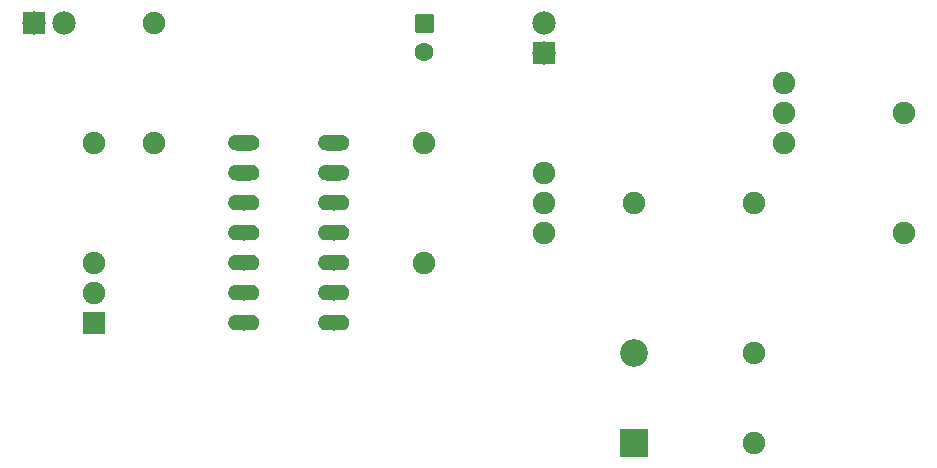
<source format=gtl>
G04 MADE WITH FRITZING*
G04 WWW.FRITZING.ORG*
G04 DOUBLE SIDED*
G04 HOLES PLATED*
G04 CONTOUR ON CENTER OF CONTOUR VECTOR*
%ASAXBY*%
%FSLAX23Y23*%
%MOIN*%
%OFA0B0*%
%SFA1.0B1.0*%
%ADD10C,0.075000*%
%ADD11C,0.062992*%
%ADD12C,0.052000*%
%ADD13C,0.078000*%
%ADD14C,0.092000*%
%ADD15R,0.075000X0.075000*%
%ADD16R,0.078000X0.078000*%
%ADD17R,0.092000X0.092000*%
%ADD18C,0.015748*%
%ADD19R,0.001000X0.001000*%
%LNCOPPER1*%
G90*
G70*
G54D10*
X514Y862D03*
X514Y962D03*
X2014Y1362D03*
X2014Y1262D03*
X2014Y1162D03*
X2814Y1662D03*
X2814Y1562D03*
X2814Y1462D03*
X3214Y1162D03*
X3214Y1562D03*
X1614Y1062D03*
X1614Y1462D03*
X2714Y1262D03*
X2314Y1262D03*
X714Y1862D03*
X714Y1462D03*
X514Y1062D03*
X514Y1462D03*
G54D11*
X1614Y1862D03*
X1614Y1764D03*
G54D10*
X2714Y462D03*
X2714Y762D03*
G54D12*
X1014Y1462D03*
X1014Y1362D03*
X1014Y1262D03*
X1014Y1162D03*
X1014Y1062D03*
X1014Y962D03*
X1014Y862D03*
X1314Y862D03*
X1314Y962D03*
X1314Y1062D03*
X1314Y1162D03*
X1314Y1262D03*
X1314Y1362D03*
X1314Y1462D03*
X1014Y1462D03*
X1014Y1362D03*
X1014Y1262D03*
X1014Y1162D03*
X1014Y1062D03*
X1014Y962D03*
X1014Y862D03*
X1314Y862D03*
X1314Y962D03*
X1314Y1062D03*
X1314Y1162D03*
X1314Y1262D03*
X1314Y1362D03*
X1314Y1462D03*
G54D13*
X314Y1862D03*
X414Y1862D03*
X2014Y1762D03*
X2014Y1862D03*
G54D14*
X2314Y462D03*
X2314Y762D03*
G54D15*
X514Y862D03*
G54D16*
X314Y1862D03*
X2014Y1762D03*
G54D17*
X2314Y462D03*
G54D18*
X1590Y1838D02*
X1590Y1886D01*
X1637Y1886D01*
X1637Y1838D01*
X1590Y1838D01*
D02*
G54D19*
X981Y1488D02*
X1046Y1488D01*
X1281Y1488D02*
X1345Y1488D01*
X978Y1487D02*
X1048Y1487D01*
X1278Y1487D02*
X1348Y1487D01*
X976Y1486D02*
X1050Y1486D01*
X1276Y1486D02*
X1350Y1486D01*
X974Y1485D02*
X1052Y1485D01*
X1274Y1485D02*
X1352Y1485D01*
X972Y1484D02*
X1054Y1484D01*
X1272Y1484D02*
X1354Y1484D01*
X971Y1483D02*
X1055Y1483D01*
X1271Y1483D02*
X1355Y1483D01*
X970Y1482D02*
X1056Y1482D01*
X1270Y1482D02*
X1356Y1482D01*
X969Y1481D02*
X1057Y1481D01*
X1269Y1481D02*
X1357Y1481D01*
X968Y1480D02*
X1058Y1480D01*
X1268Y1480D02*
X1358Y1480D01*
X967Y1479D02*
X1059Y1479D01*
X1267Y1479D02*
X1359Y1479D01*
X966Y1478D02*
X1007Y1478D01*
X1019Y1478D02*
X1060Y1478D01*
X1266Y1478D02*
X1307Y1478D01*
X1319Y1478D02*
X1360Y1478D01*
X966Y1477D02*
X1005Y1477D01*
X1021Y1477D02*
X1060Y1477D01*
X1266Y1477D02*
X1305Y1477D01*
X1321Y1477D02*
X1360Y1477D01*
X965Y1476D02*
X1003Y1476D01*
X1023Y1476D02*
X1061Y1476D01*
X1265Y1476D02*
X1303Y1476D01*
X1323Y1476D02*
X1361Y1476D01*
X965Y1475D02*
X1002Y1475D01*
X1024Y1475D02*
X1062Y1475D01*
X1265Y1475D02*
X1302Y1475D01*
X1324Y1475D02*
X1361Y1475D01*
X964Y1474D02*
X1001Y1474D01*
X1025Y1474D02*
X1062Y1474D01*
X1264Y1474D02*
X1301Y1474D01*
X1325Y1474D02*
X1362Y1474D01*
X964Y1473D02*
X1000Y1473D01*
X1026Y1473D02*
X1063Y1473D01*
X1264Y1473D02*
X1300Y1473D01*
X1326Y1473D02*
X1363Y1473D01*
X963Y1472D02*
X999Y1472D01*
X1027Y1472D02*
X1063Y1472D01*
X1263Y1472D02*
X1299Y1472D01*
X1327Y1472D02*
X1363Y1472D01*
X963Y1471D02*
X999Y1471D01*
X1027Y1471D02*
X1063Y1471D01*
X1263Y1471D02*
X1299Y1471D01*
X1327Y1471D02*
X1363Y1471D01*
X963Y1470D02*
X998Y1470D01*
X1028Y1470D02*
X1064Y1470D01*
X1263Y1470D02*
X1298Y1470D01*
X1328Y1470D02*
X1364Y1470D01*
X962Y1469D02*
X998Y1469D01*
X1028Y1469D02*
X1064Y1469D01*
X1262Y1469D02*
X1298Y1469D01*
X1328Y1469D02*
X1364Y1469D01*
X962Y1468D02*
X998Y1468D01*
X1029Y1468D02*
X1064Y1468D01*
X1262Y1468D02*
X1297Y1468D01*
X1329Y1468D02*
X1364Y1468D01*
X962Y1467D02*
X997Y1467D01*
X1029Y1467D02*
X1064Y1467D01*
X1262Y1467D02*
X1297Y1467D01*
X1329Y1467D02*
X1364Y1467D01*
X962Y1466D02*
X997Y1466D01*
X1029Y1466D02*
X1064Y1466D01*
X1262Y1466D02*
X1297Y1466D01*
X1329Y1466D02*
X1364Y1466D01*
X962Y1465D02*
X997Y1465D01*
X1029Y1465D02*
X1064Y1465D01*
X1262Y1465D02*
X1297Y1465D01*
X1329Y1465D02*
X1364Y1465D01*
X962Y1464D02*
X997Y1464D01*
X1029Y1464D02*
X1065Y1464D01*
X1262Y1464D02*
X1297Y1464D01*
X1329Y1464D02*
X1364Y1464D01*
X962Y1463D02*
X997Y1463D01*
X1030Y1463D02*
X1065Y1463D01*
X1262Y1463D02*
X1297Y1463D01*
X1330Y1463D02*
X1365Y1463D01*
X962Y1462D02*
X997Y1462D01*
X1030Y1462D02*
X1065Y1462D01*
X1262Y1462D02*
X1297Y1462D01*
X1329Y1462D02*
X1364Y1462D01*
X962Y1461D02*
X997Y1461D01*
X1029Y1461D02*
X1065Y1461D01*
X1262Y1461D02*
X1297Y1461D01*
X1329Y1461D02*
X1364Y1461D01*
X962Y1460D02*
X997Y1460D01*
X1029Y1460D02*
X1064Y1460D01*
X1262Y1460D02*
X1297Y1460D01*
X1329Y1460D02*
X1364Y1460D01*
X962Y1459D02*
X997Y1459D01*
X1029Y1459D02*
X1064Y1459D01*
X1262Y1459D02*
X1297Y1459D01*
X1329Y1459D02*
X1364Y1459D01*
X962Y1458D02*
X997Y1458D01*
X1029Y1458D02*
X1064Y1458D01*
X1262Y1458D02*
X1297Y1458D01*
X1329Y1458D02*
X1364Y1458D01*
X962Y1457D02*
X998Y1457D01*
X1028Y1457D02*
X1064Y1457D01*
X1262Y1457D02*
X1298Y1457D01*
X1328Y1457D02*
X1364Y1457D01*
X963Y1456D02*
X998Y1456D01*
X1028Y1456D02*
X1064Y1456D01*
X1263Y1456D02*
X1298Y1456D01*
X1328Y1456D02*
X1364Y1456D01*
X963Y1455D02*
X999Y1455D01*
X1027Y1455D02*
X1063Y1455D01*
X1263Y1455D02*
X1299Y1455D01*
X1327Y1455D02*
X1363Y1455D01*
X963Y1454D02*
X999Y1454D01*
X1027Y1454D02*
X1063Y1454D01*
X1263Y1454D02*
X1299Y1454D01*
X1327Y1454D02*
X1363Y1454D01*
X964Y1453D02*
X1000Y1453D01*
X1026Y1453D02*
X1063Y1453D01*
X1264Y1453D02*
X1300Y1453D01*
X1326Y1453D02*
X1363Y1453D01*
X964Y1452D02*
X1001Y1452D01*
X1025Y1452D02*
X1062Y1452D01*
X1264Y1452D02*
X1301Y1452D01*
X1325Y1452D02*
X1362Y1452D01*
X965Y1451D02*
X1002Y1451D01*
X1024Y1451D02*
X1062Y1451D01*
X1265Y1451D02*
X1302Y1451D01*
X1324Y1451D02*
X1361Y1451D01*
X965Y1450D02*
X1003Y1450D01*
X1023Y1450D02*
X1061Y1450D01*
X1265Y1450D02*
X1303Y1450D01*
X1323Y1450D02*
X1361Y1450D01*
X966Y1449D02*
X1005Y1449D01*
X1021Y1449D02*
X1060Y1449D01*
X1266Y1449D02*
X1305Y1449D01*
X1321Y1449D02*
X1360Y1449D01*
X966Y1448D02*
X1007Y1448D01*
X1019Y1448D02*
X1060Y1448D01*
X1266Y1448D02*
X1307Y1448D01*
X1319Y1448D02*
X1360Y1448D01*
X967Y1447D02*
X1012Y1447D01*
X1014Y1447D02*
X1059Y1447D01*
X1267Y1447D02*
X1312Y1447D01*
X1314Y1447D02*
X1359Y1447D01*
X968Y1446D02*
X1058Y1446D01*
X1268Y1446D02*
X1358Y1446D01*
X969Y1445D02*
X1057Y1445D01*
X1269Y1445D02*
X1357Y1445D01*
X970Y1444D02*
X1056Y1444D01*
X1270Y1444D02*
X1356Y1444D01*
X971Y1443D02*
X1055Y1443D01*
X1271Y1443D02*
X1355Y1443D01*
X972Y1442D02*
X1054Y1442D01*
X1272Y1442D02*
X1354Y1442D01*
X974Y1441D02*
X1052Y1441D01*
X1274Y1441D02*
X1352Y1441D01*
X976Y1440D02*
X1051Y1440D01*
X1276Y1440D02*
X1350Y1440D01*
X978Y1439D02*
X1049Y1439D01*
X1278Y1439D02*
X1349Y1439D01*
X980Y1438D02*
X1046Y1438D01*
X1280Y1438D02*
X1346Y1438D01*
X987Y1437D02*
X1039Y1437D01*
X1287Y1437D02*
X1339Y1437D01*
X981Y1388D02*
X1046Y1388D01*
X1281Y1388D02*
X1346Y1388D01*
X978Y1387D02*
X1049Y1387D01*
X1278Y1387D02*
X1348Y1387D01*
X976Y1386D02*
X1050Y1386D01*
X1276Y1386D02*
X1350Y1386D01*
X974Y1385D02*
X1052Y1385D01*
X1274Y1385D02*
X1352Y1385D01*
X972Y1384D02*
X1054Y1384D01*
X1272Y1384D02*
X1354Y1384D01*
X971Y1383D02*
X1055Y1383D01*
X1271Y1383D02*
X1355Y1383D01*
X970Y1382D02*
X1056Y1382D01*
X1270Y1382D02*
X1356Y1382D01*
X969Y1381D02*
X1057Y1381D01*
X1269Y1381D02*
X1357Y1381D01*
X968Y1380D02*
X1058Y1380D01*
X1268Y1380D02*
X1358Y1380D01*
X967Y1379D02*
X1059Y1379D01*
X1267Y1379D02*
X1359Y1379D01*
X966Y1378D02*
X1007Y1378D01*
X1019Y1378D02*
X1060Y1378D01*
X1266Y1378D02*
X1307Y1378D01*
X1319Y1378D02*
X1360Y1378D01*
X966Y1377D02*
X1005Y1377D01*
X1021Y1377D02*
X1060Y1377D01*
X1266Y1377D02*
X1305Y1377D01*
X1321Y1377D02*
X1360Y1377D01*
X965Y1376D02*
X1003Y1376D01*
X1023Y1376D02*
X1061Y1376D01*
X1265Y1376D02*
X1303Y1376D01*
X1323Y1376D02*
X1361Y1376D01*
X965Y1375D02*
X1002Y1375D01*
X1024Y1375D02*
X1062Y1375D01*
X1265Y1375D02*
X1302Y1375D01*
X1324Y1375D02*
X1361Y1375D01*
X964Y1374D02*
X1001Y1374D01*
X1025Y1374D02*
X1062Y1374D01*
X1264Y1374D02*
X1301Y1374D01*
X1325Y1374D02*
X1362Y1374D01*
X964Y1373D02*
X1000Y1373D01*
X1026Y1373D02*
X1063Y1373D01*
X1264Y1373D02*
X1300Y1373D01*
X1326Y1373D02*
X1363Y1373D01*
X963Y1372D02*
X999Y1372D01*
X1027Y1372D02*
X1063Y1372D01*
X1263Y1372D02*
X1299Y1372D01*
X1327Y1372D02*
X1363Y1372D01*
X963Y1371D02*
X999Y1371D01*
X1027Y1371D02*
X1063Y1371D01*
X1263Y1371D02*
X1299Y1371D01*
X1327Y1371D02*
X1363Y1371D01*
X963Y1370D02*
X998Y1370D01*
X1028Y1370D02*
X1064Y1370D01*
X1263Y1370D02*
X1298Y1370D01*
X1328Y1370D02*
X1364Y1370D01*
X962Y1369D02*
X998Y1369D01*
X1028Y1369D02*
X1064Y1369D01*
X1262Y1369D02*
X1298Y1369D01*
X1328Y1369D02*
X1364Y1369D01*
X962Y1368D02*
X997Y1368D01*
X1029Y1368D02*
X1064Y1368D01*
X1262Y1368D02*
X1297Y1368D01*
X1329Y1368D02*
X1364Y1368D01*
X962Y1367D02*
X997Y1367D01*
X1029Y1367D02*
X1064Y1367D01*
X1262Y1367D02*
X1297Y1367D01*
X1329Y1367D02*
X1364Y1367D01*
X962Y1366D02*
X997Y1366D01*
X1029Y1366D02*
X1064Y1366D01*
X1262Y1366D02*
X1297Y1366D01*
X1329Y1366D02*
X1364Y1366D01*
X962Y1365D02*
X997Y1365D01*
X1029Y1365D02*
X1064Y1365D01*
X1262Y1365D02*
X1297Y1365D01*
X1329Y1365D02*
X1364Y1365D01*
X962Y1364D02*
X997Y1364D01*
X1030Y1364D02*
X1065Y1364D01*
X1262Y1364D02*
X1297Y1364D01*
X1329Y1364D02*
X1364Y1364D01*
X962Y1363D02*
X997Y1363D01*
X1030Y1363D02*
X1065Y1363D01*
X1262Y1363D02*
X1297Y1363D01*
X1330Y1363D02*
X1365Y1363D01*
X962Y1362D02*
X997Y1362D01*
X1030Y1362D02*
X1065Y1362D01*
X1262Y1362D02*
X1297Y1362D01*
X1329Y1362D02*
X1364Y1362D01*
X962Y1361D02*
X997Y1361D01*
X1029Y1361D02*
X1065Y1361D01*
X1262Y1361D02*
X1297Y1361D01*
X1329Y1361D02*
X1364Y1361D01*
X962Y1360D02*
X997Y1360D01*
X1029Y1360D02*
X1064Y1360D01*
X1262Y1360D02*
X1297Y1360D01*
X1329Y1360D02*
X1364Y1360D01*
X962Y1359D02*
X997Y1359D01*
X1029Y1359D02*
X1064Y1359D01*
X1262Y1359D02*
X1297Y1359D01*
X1329Y1359D02*
X1364Y1359D01*
X962Y1358D02*
X997Y1358D01*
X1029Y1358D02*
X1064Y1358D01*
X1262Y1358D02*
X1297Y1358D01*
X1329Y1358D02*
X1364Y1358D01*
X962Y1357D02*
X998Y1357D01*
X1028Y1357D02*
X1064Y1357D01*
X1262Y1357D02*
X1298Y1357D01*
X1328Y1357D02*
X1364Y1357D01*
X963Y1356D02*
X998Y1356D01*
X1028Y1356D02*
X1064Y1356D01*
X1263Y1356D02*
X1298Y1356D01*
X1328Y1356D02*
X1364Y1356D01*
X963Y1355D02*
X999Y1355D01*
X1027Y1355D02*
X1063Y1355D01*
X1263Y1355D02*
X1299Y1355D01*
X1327Y1355D02*
X1363Y1355D01*
X963Y1354D02*
X999Y1354D01*
X1027Y1354D02*
X1063Y1354D01*
X1263Y1354D02*
X1299Y1354D01*
X1327Y1354D02*
X1363Y1354D01*
X964Y1353D02*
X1000Y1353D01*
X1026Y1353D02*
X1063Y1353D01*
X1264Y1353D02*
X1300Y1353D01*
X1326Y1353D02*
X1363Y1353D01*
X964Y1352D02*
X1001Y1352D01*
X1025Y1352D02*
X1062Y1352D01*
X1264Y1352D02*
X1301Y1352D01*
X1325Y1352D02*
X1362Y1352D01*
X965Y1351D02*
X1002Y1351D01*
X1024Y1351D02*
X1062Y1351D01*
X1265Y1351D02*
X1302Y1351D01*
X1324Y1351D02*
X1361Y1351D01*
X965Y1350D02*
X1003Y1350D01*
X1023Y1350D02*
X1061Y1350D01*
X1265Y1350D02*
X1303Y1350D01*
X1323Y1350D02*
X1361Y1350D01*
X966Y1349D02*
X1005Y1349D01*
X1021Y1349D02*
X1060Y1349D01*
X1266Y1349D02*
X1305Y1349D01*
X1321Y1349D02*
X1360Y1349D01*
X966Y1348D02*
X1007Y1348D01*
X1019Y1348D02*
X1060Y1348D01*
X1266Y1348D02*
X1307Y1348D01*
X1319Y1348D02*
X1360Y1348D01*
X967Y1347D02*
X1059Y1347D01*
X1267Y1347D02*
X1359Y1347D01*
X968Y1346D02*
X1058Y1346D01*
X1268Y1346D02*
X1358Y1346D01*
X969Y1345D02*
X1057Y1345D01*
X1269Y1345D02*
X1357Y1345D01*
X970Y1344D02*
X1056Y1344D01*
X1270Y1344D02*
X1356Y1344D01*
X971Y1343D02*
X1055Y1343D01*
X1271Y1343D02*
X1355Y1343D01*
X972Y1342D02*
X1054Y1342D01*
X1272Y1342D02*
X1354Y1342D01*
X974Y1341D02*
X1052Y1341D01*
X1274Y1341D02*
X1352Y1341D01*
X976Y1340D02*
X1050Y1340D01*
X1276Y1340D02*
X1350Y1340D01*
X978Y1339D02*
X1049Y1339D01*
X1278Y1339D02*
X1349Y1339D01*
X981Y1338D02*
X1046Y1338D01*
X1280Y1338D02*
X1346Y1338D01*
X988Y1337D02*
X1038Y1337D01*
X1288Y1337D02*
X1338Y1337D01*
X987Y1289D02*
X1039Y1289D01*
X1287Y1289D02*
X1339Y1289D01*
X980Y1288D02*
X1046Y1288D01*
X1280Y1288D02*
X1346Y1288D01*
X978Y1287D02*
X1049Y1287D01*
X1278Y1287D02*
X1349Y1287D01*
X976Y1286D02*
X1051Y1286D01*
X1276Y1286D02*
X1350Y1286D01*
X974Y1285D02*
X1052Y1285D01*
X1274Y1285D02*
X1352Y1285D01*
X972Y1284D02*
X1054Y1284D01*
X1272Y1284D02*
X1354Y1284D01*
X971Y1283D02*
X1055Y1283D01*
X1271Y1283D02*
X1355Y1283D01*
X970Y1282D02*
X1056Y1282D01*
X1270Y1282D02*
X1356Y1282D01*
X969Y1281D02*
X1057Y1281D01*
X1269Y1281D02*
X1357Y1281D01*
X968Y1280D02*
X1058Y1280D01*
X1268Y1280D02*
X1358Y1280D01*
X967Y1279D02*
X1059Y1279D01*
X1267Y1279D02*
X1359Y1279D01*
X966Y1278D02*
X1007Y1278D01*
X1019Y1278D02*
X1060Y1278D01*
X1266Y1278D02*
X1307Y1278D01*
X1319Y1278D02*
X1360Y1278D01*
X966Y1277D02*
X1005Y1277D01*
X1021Y1277D02*
X1060Y1277D01*
X1266Y1277D02*
X1305Y1277D01*
X1321Y1277D02*
X1360Y1277D01*
X965Y1276D02*
X1003Y1276D01*
X1023Y1276D02*
X1061Y1276D01*
X1265Y1276D02*
X1303Y1276D01*
X1323Y1276D02*
X1361Y1276D01*
X965Y1275D02*
X1002Y1275D01*
X1024Y1275D02*
X1062Y1275D01*
X1265Y1275D02*
X1302Y1275D01*
X1324Y1275D02*
X1361Y1275D01*
X964Y1274D02*
X1001Y1274D01*
X1025Y1274D02*
X1062Y1274D01*
X1264Y1274D02*
X1301Y1274D01*
X1325Y1274D02*
X1362Y1274D01*
X964Y1273D02*
X1000Y1273D01*
X1026Y1273D02*
X1063Y1273D01*
X1264Y1273D02*
X1300Y1273D01*
X1326Y1273D02*
X1363Y1273D01*
X963Y1272D02*
X999Y1272D01*
X1027Y1272D02*
X1063Y1272D01*
X1263Y1272D02*
X1299Y1272D01*
X1327Y1272D02*
X1363Y1272D01*
X963Y1271D02*
X999Y1271D01*
X1027Y1271D02*
X1063Y1271D01*
X1263Y1271D02*
X1299Y1271D01*
X1327Y1271D02*
X1363Y1271D01*
X963Y1270D02*
X998Y1270D01*
X1028Y1270D02*
X1064Y1270D01*
X1263Y1270D02*
X1298Y1270D01*
X1328Y1270D02*
X1364Y1270D01*
X962Y1269D02*
X998Y1269D01*
X1028Y1269D02*
X1064Y1269D01*
X1262Y1269D02*
X1298Y1269D01*
X1328Y1269D02*
X1364Y1269D01*
X962Y1268D02*
X997Y1268D01*
X1029Y1268D02*
X1064Y1268D01*
X1262Y1268D02*
X1297Y1268D01*
X1329Y1268D02*
X1364Y1268D01*
X962Y1267D02*
X997Y1267D01*
X1029Y1267D02*
X1064Y1267D01*
X1262Y1267D02*
X1297Y1267D01*
X1329Y1267D02*
X1364Y1267D01*
X962Y1266D02*
X997Y1266D01*
X1029Y1266D02*
X1064Y1266D01*
X1262Y1266D02*
X1297Y1266D01*
X1329Y1266D02*
X1364Y1266D01*
X962Y1265D02*
X997Y1265D01*
X1029Y1265D02*
X1065Y1265D01*
X1262Y1265D02*
X1297Y1265D01*
X1329Y1265D02*
X1364Y1265D01*
X962Y1264D02*
X997Y1264D01*
X1030Y1264D02*
X1065Y1264D01*
X1262Y1264D02*
X1297Y1264D01*
X1329Y1264D02*
X1364Y1264D01*
X962Y1263D02*
X997Y1263D01*
X1030Y1263D02*
X1065Y1263D01*
X1262Y1263D02*
X1297Y1263D01*
X1330Y1263D02*
X1365Y1263D01*
X962Y1262D02*
X997Y1262D01*
X1030Y1262D02*
X1065Y1262D01*
X1262Y1262D02*
X1297Y1262D01*
X1329Y1262D02*
X1364Y1262D01*
X962Y1261D02*
X997Y1261D01*
X1029Y1261D02*
X1064Y1261D01*
X1262Y1261D02*
X1297Y1261D01*
X1329Y1261D02*
X1364Y1261D01*
X962Y1260D02*
X997Y1260D01*
X1029Y1260D02*
X1064Y1260D01*
X1262Y1260D02*
X1297Y1260D01*
X1329Y1260D02*
X1364Y1260D01*
X962Y1259D02*
X997Y1259D01*
X1029Y1259D02*
X1064Y1259D01*
X1262Y1259D02*
X1297Y1259D01*
X1329Y1259D02*
X1364Y1259D01*
X962Y1258D02*
X997Y1258D01*
X1029Y1258D02*
X1064Y1258D01*
X1262Y1258D02*
X1297Y1258D01*
X1329Y1258D02*
X1364Y1258D01*
X962Y1257D02*
X998Y1257D01*
X1028Y1257D02*
X1064Y1257D01*
X1262Y1257D02*
X1298Y1257D01*
X1328Y1257D02*
X1364Y1257D01*
X963Y1256D02*
X998Y1256D01*
X1028Y1256D02*
X1064Y1256D01*
X1263Y1256D02*
X1298Y1256D01*
X1328Y1256D02*
X1364Y1256D01*
X963Y1255D02*
X999Y1255D01*
X1027Y1255D02*
X1063Y1255D01*
X1263Y1255D02*
X1299Y1255D01*
X1327Y1255D02*
X1363Y1255D01*
X963Y1254D02*
X999Y1254D01*
X1027Y1254D02*
X1063Y1254D01*
X1263Y1254D02*
X1299Y1254D01*
X1327Y1254D02*
X1363Y1254D01*
X964Y1253D02*
X1000Y1253D01*
X1026Y1253D02*
X1063Y1253D01*
X1264Y1253D02*
X1300Y1253D01*
X1326Y1253D02*
X1363Y1253D01*
X964Y1252D02*
X1001Y1252D01*
X1025Y1252D02*
X1062Y1252D01*
X1264Y1252D02*
X1301Y1252D01*
X1325Y1252D02*
X1362Y1252D01*
X965Y1251D02*
X1002Y1251D01*
X1024Y1251D02*
X1062Y1251D01*
X1265Y1251D02*
X1302Y1251D01*
X1324Y1251D02*
X1361Y1251D01*
X965Y1250D02*
X1003Y1250D01*
X1023Y1250D02*
X1061Y1250D01*
X1265Y1250D02*
X1303Y1250D01*
X1323Y1250D02*
X1361Y1250D01*
X966Y1249D02*
X1005Y1249D01*
X1021Y1249D02*
X1060Y1249D01*
X1266Y1249D02*
X1305Y1249D01*
X1321Y1249D02*
X1360Y1249D01*
X966Y1248D02*
X1007Y1248D01*
X1019Y1248D02*
X1060Y1248D01*
X1266Y1248D02*
X1307Y1248D01*
X1319Y1248D02*
X1360Y1248D01*
X967Y1247D02*
X1059Y1247D01*
X1267Y1247D02*
X1359Y1247D01*
X968Y1246D02*
X1058Y1246D01*
X1268Y1246D02*
X1358Y1246D01*
X969Y1245D02*
X1057Y1245D01*
X1269Y1245D02*
X1357Y1245D01*
X970Y1244D02*
X1056Y1244D01*
X1270Y1244D02*
X1356Y1244D01*
X971Y1243D02*
X1055Y1243D01*
X1271Y1243D02*
X1355Y1243D01*
X972Y1242D02*
X1054Y1242D01*
X1272Y1242D02*
X1354Y1242D01*
X974Y1241D02*
X1052Y1241D01*
X1274Y1241D02*
X1352Y1241D01*
X976Y1240D02*
X1050Y1240D01*
X1276Y1240D02*
X1350Y1240D01*
X978Y1239D02*
X1048Y1239D01*
X1278Y1239D02*
X1348Y1239D01*
X981Y1238D02*
X1046Y1238D01*
X1281Y1238D02*
X1345Y1238D01*
X987Y1189D02*
X1040Y1189D01*
X1286Y1189D02*
X1340Y1189D01*
X980Y1188D02*
X1046Y1188D01*
X1280Y1188D02*
X1346Y1188D01*
X978Y1187D02*
X1049Y1187D01*
X1277Y1187D02*
X1349Y1187D01*
X976Y1186D02*
X1051Y1186D01*
X1276Y1186D02*
X1351Y1186D01*
X974Y1185D02*
X1052Y1185D01*
X1274Y1185D02*
X1352Y1185D01*
X972Y1184D02*
X1054Y1184D01*
X1272Y1184D02*
X1354Y1184D01*
X971Y1183D02*
X1055Y1183D01*
X1271Y1183D02*
X1355Y1183D01*
X970Y1182D02*
X1056Y1182D01*
X1270Y1182D02*
X1356Y1182D01*
X969Y1181D02*
X1057Y1181D01*
X1269Y1181D02*
X1357Y1181D01*
X968Y1180D02*
X1058Y1180D01*
X1268Y1180D02*
X1358Y1180D01*
X967Y1179D02*
X1012Y1179D01*
X1014Y1179D02*
X1059Y1179D01*
X1267Y1179D02*
X1312Y1179D01*
X1314Y1179D02*
X1359Y1179D01*
X966Y1178D02*
X1007Y1178D01*
X1019Y1178D02*
X1060Y1178D01*
X1266Y1178D02*
X1307Y1178D01*
X1319Y1178D02*
X1360Y1178D01*
X966Y1177D02*
X1005Y1177D01*
X1021Y1177D02*
X1060Y1177D01*
X1266Y1177D02*
X1305Y1177D01*
X1321Y1177D02*
X1360Y1177D01*
X965Y1176D02*
X1003Y1176D01*
X1023Y1176D02*
X1061Y1176D01*
X1265Y1176D02*
X1303Y1176D01*
X1323Y1176D02*
X1361Y1176D01*
X965Y1175D02*
X1002Y1175D01*
X1024Y1175D02*
X1062Y1175D01*
X1265Y1175D02*
X1302Y1175D01*
X1324Y1175D02*
X1361Y1175D01*
X964Y1174D02*
X1001Y1174D01*
X1025Y1174D02*
X1062Y1174D01*
X1264Y1174D02*
X1301Y1174D01*
X1325Y1174D02*
X1362Y1174D01*
X964Y1173D02*
X1000Y1173D01*
X1026Y1173D02*
X1063Y1173D01*
X1264Y1173D02*
X1300Y1173D01*
X1326Y1173D02*
X1363Y1173D01*
X963Y1172D02*
X999Y1172D01*
X1027Y1172D02*
X1063Y1172D01*
X1263Y1172D02*
X1299Y1172D01*
X1327Y1172D02*
X1363Y1172D01*
X963Y1171D02*
X999Y1171D01*
X1027Y1171D02*
X1063Y1171D01*
X1263Y1171D02*
X1299Y1171D01*
X1327Y1171D02*
X1363Y1171D01*
X963Y1170D02*
X998Y1170D01*
X1028Y1170D02*
X1064Y1170D01*
X1263Y1170D02*
X1298Y1170D01*
X1328Y1170D02*
X1364Y1170D01*
X962Y1169D02*
X998Y1169D01*
X1028Y1169D02*
X1064Y1169D01*
X1262Y1169D02*
X1298Y1169D01*
X1328Y1169D02*
X1364Y1169D01*
X962Y1168D02*
X997Y1168D01*
X1029Y1168D02*
X1064Y1168D01*
X1262Y1168D02*
X1297Y1168D01*
X1329Y1168D02*
X1364Y1168D01*
X962Y1167D02*
X997Y1167D01*
X1029Y1167D02*
X1064Y1167D01*
X1262Y1167D02*
X1297Y1167D01*
X1329Y1167D02*
X1364Y1167D01*
X962Y1166D02*
X997Y1166D01*
X1029Y1166D02*
X1064Y1166D01*
X1262Y1166D02*
X1297Y1166D01*
X1329Y1166D02*
X1364Y1166D01*
X962Y1165D02*
X997Y1165D01*
X1029Y1165D02*
X1065Y1165D01*
X1262Y1165D02*
X1297Y1165D01*
X1329Y1165D02*
X1364Y1165D01*
X962Y1164D02*
X997Y1164D01*
X1030Y1164D02*
X1065Y1164D01*
X1262Y1164D02*
X1297Y1164D01*
X1329Y1164D02*
X1364Y1164D01*
X962Y1163D02*
X997Y1163D01*
X1030Y1163D02*
X1065Y1163D01*
X1262Y1163D02*
X1297Y1163D01*
X1330Y1163D02*
X1365Y1163D01*
X962Y1162D02*
X997Y1162D01*
X1029Y1162D02*
X1065Y1162D01*
X1262Y1162D02*
X1297Y1162D01*
X1329Y1162D02*
X1364Y1162D01*
X962Y1161D02*
X997Y1161D01*
X1029Y1161D02*
X1064Y1161D01*
X1262Y1161D02*
X1297Y1161D01*
X1329Y1161D02*
X1364Y1161D01*
X962Y1160D02*
X997Y1160D01*
X1029Y1160D02*
X1064Y1160D01*
X1262Y1160D02*
X1297Y1160D01*
X1329Y1160D02*
X1364Y1160D01*
X962Y1159D02*
X997Y1159D01*
X1029Y1159D02*
X1064Y1159D01*
X1262Y1159D02*
X1297Y1159D01*
X1329Y1159D02*
X1364Y1159D01*
X962Y1158D02*
X998Y1158D01*
X1029Y1158D02*
X1064Y1158D01*
X1262Y1158D02*
X1297Y1158D01*
X1329Y1158D02*
X1364Y1158D01*
X962Y1157D02*
X998Y1157D01*
X1028Y1157D02*
X1064Y1157D01*
X1262Y1157D02*
X1298Y1157D01*
X1328Y1157D02*
X1364Y1157D01*
X963Y1156D02*
X998Y1156D01*
X1028Y1156D02*
X1064Y1156D01*
X1263Y1156D02*
X1298Y1156D01*
X1328Y1156D02*
X1364Y1156D01*
X963Y1155D02*
X999Y1155D01*
X1027Y1155D02*
X1063Y1155D01*
X1263Y1155D02*
X1299Y1155D01*
X1327Y1155D02*
X1363Y1155D01*
X963Y1154D02*
X999Y1154D01*
X1027Y1154D02*
X1063Y1154D01*
X1263Y1154D02*
X1299Y1154D01*
X1327Y1154D02*
X1363Y1154D01*
X964Y1153D02*
X1000Y1153D01*
X1026Y1153D02*
X1063Y1153D01*
X1264Y1153D02*
X1300Y1153D01*
X1326Y1153D02*
X1362Y1153D01*
X964Y1152D02*
X1001Y1152D01*
X1025Y1152D02*
X1062Y1152D01*
X1264Y1152D02*
X1301Y1152D01*
X1325Y1152D02*
X1362Y1152D01*
X965Y1151D02*
X1002Y1151D01*
X1024Y1151D02*
X1062Y1151D01*
X1265Y1151D02*
X1302Y1151D01*
X1324Y1151D02*
X1361Y1151D01*
X965Y1150D02*
X1003Y1150D01*
X1023Y1150D02*
X1061Y1150D01*
X1265Y1150D02*
X1303Y1150D01*
X1323Y1150D02*
X1361Y1150D01*
X966Y1149D02*
X1005Y1149D01*
X1021Y1149D02*
X1060Y1149D01*
X1266Y1149D02*
X1305Y1149D01*
X1321Y1149D02*
X1360Y1149D01*
X966Y1148D02*
X1007Y1148D01*
X1019Y1148D02*
X1060Y1148D01*
X1266Y1148D02*
X1307Y1148D01*
X1319Y1148D02*
X1360Y1148D01*
X967Y1147D02*
X1059Y1147D01*
X1267Y1147D02*
X1359Y1147D01*
X968Y1146D02*
X1058Y1146D01*
X1268Y1146D02*
X1358Y1146D01*
X969Y1145D02*
X1057Y1145D01*
X1269Y1145D02*
X1357Y1145D01*
X970Y1144D02*
X1056Y1144D01*
X1270Y1144D02*
X1356Y1144D01*
X971Y1143D02*
X1055Y1143D01*
X1271Y1143D02*
X1355Y1143D01*
X972Y1142D02*
X1054Y1142D01*
X1272Y1142D02*
X1354Y1142D01*
X974Y1141D02*
X1052Y1141D01*
X1274Y1141D02*
X1352Y1141D01*
X976Y1140D02*
X1050Y1140D01*
X1276Y1140D02*
X1350Y1140D01*
X978Y1139D02*
X1048Y1139D01*
X1278Y1139D02*
X1348Y1139D01*
X981Y1138D02*
X1045Y1138D01*
X1281Y1138D02*
X1345Y1138D01*
X986Y1089D02*
X1040Y1089D01*
X1286Y1089D02*
X1340Y1089D01*
X980Y1088D02*
X1046Y1088D01*
X1280Y1088D02*
X1346Y1088D01*
X977Y1087D02*
X1049Y1087D01*
X1277Y1087D02*
X1349Y1087D01*
X976Y1086D02*
X1051Y1086D01*
X1276Y1086D02*
X1351Y1086D01*
X974Y1085D02*
X1052Y1085D01*
X1274Y1085D02*
X1352Y1085D01*
X972Y1084D02*
X1054Y1084D01*
X1272Y1084D02*
X1354Y1084D01*
X971Y1083D02*
X1055Y1083D01*
X1271Y1083D02*
X1355Y1083D01*
X970Y1082D02*
X1056Y1082D01*
X1270Y1082D02*
X1356Y1082D01*
X969Y1081D02*
X1057Y1081D01*
X1269Y1081D02*
X1357Y1081D01*
X968Y1080D02*
X1058Y1080D01*
X1268Y1080D02*
X1358Y1080D01*
X967Y1079D02*
X1012Y1079D01*
X1014Y1079D02*
X1059Y1079D01*
X1267Y1079D02*
X1312Y1079D01*
X1314Y1079D02*
X1359Y1079D01*
X966Y1078D02*
X1007Y1078D01*
X1019Y1078D02*
X1060Y1078D01*
X1266Y1078D02*
X1307Y1078D01*
X1319Y1078D02*
X1360Y1078D01*
X966Y1077D02*
X1005Y1077D01*
X1021Y1077D02*
X1060Y1077D01*
X1266Y1077D02*
X1305Y1077D01*
X1321Y1077D02*
X1360Y1077D01*
X965Y1076D02*
X1003Y1076D01*
X1023Y1076D02*
X1061Y1076D01*
X1265Y1076D02*
X1303Y1076D01*
X1323Y1076D02*
X1361Y1076D01*
X965Y1075D02*
X1002Y1075D01*
X1024Y1075D02*
X1062Y1075D01*
X1265Y1075D02*
X1302Y1075D01*
X1324Y1075D02*
X1362Y1075D01*
X964Y1074D02*
X1001Y1074D01*
X1025Y1074D02*
X1062Y1074D01*
X1264Y1074D02*
X1301Y1074D01*
X1325Y1074D02*
X1362Y1074D01*
X964Y1073D02*
X1000Y1073D01*
X1026Y1073D02*
X1063Y1073D01*
X1264Y1073D02*
X1300Y1073D01*
X1326Y1073D02*
X1363Y1073D01*
X963Y1072D02*
X999Y1072D01*
X1027Y1072D02*
X1063Y1072D01*
X1263Y1072D02*
X1299Y1072D01*
X1327Y1072D02*
X1363Y1072D01*
X963Y1071D02*
X999Y1071D01*
X1027Y1071D02*
X1063Y1071D01*
X1263Y1071D02*
X1299Y1071D01*
X1327Y1071D02*
X1363Y1071D01*
X963Y1070D02*
X998Y1070D01*
X1028Y1070D02*
X1064Y1070D01*
X1263Y1070D02*
X1298Y1070D01*
X1328Y1070D02*
X1364Y1070D01*
X962Y1069D02*
X998Y1069D01*
X1028Y1069D02*
X1064Y1069D01*
X1262Y1069D02*
X1298Y1069D01*
X1328Y1069D02*
X1364Y1069D01*
X962Y1068D02*
X997Y1068D01*
X1029Y1068D02*
X1064Y1068D01*
X1262Y1068D02*
X1297Y1068D01*
X1329Y1068D02*
X1364Y1068D01*
X962Y1067D02*
X997Y1067D01*
X1029Y1067D02*
X1064Y1067D01*
X1262Y1067D02*
X1297Y1067D01*
X1329Y1067D02*
X1364Y1067D01*
X962Y1066D02*
X997Y1066D01*
X1029Y1066D02*
X1064Y1066D01*
X1262Y1066D02*
X1297Y1066D01*
X1329Y1066D02*
X1364Y1066D01*
X962Y1065D02*
X997Y1065D01*
X1029Y1065D02*
X1065Y1065D01*
X1262Y1065D02*
X1297Y1065D01*
X1329Y1065D02*
X1364Y1065D01*
X962Y1064D02*
X997Y1064D01*
X1030Y1064D02*
X1065Y1064D01*
X1262Y1064D02*
X1297Y1064D01*
X1329Y1064D02*
X1364Y1064D01*
X962Y1063D02*
X997Y1063D01*
X1030Y1063D02*
X1065Y1063D01*
X1262Y1063D02*
X1297Y1063D01*
X1330Y1063D02*
X1365Y1063D01*
X962Y1062D02*
X997Y1062D01*
X1029Y1062D02*
X1065Y1062D01*
X1262Y1062D02*
X1297Y1062D01*
X1329Y1062D02*
X1364Y1062D01*
X962Y1061D02*
X997Y1061D01*
X1029Y1061D02*
X1064Y1061D01*
X1262Y1061D02*
X1297Y1061D01*
X1329Y1061D02*
X1364Y1061D01*
X962Y1060D02*
X997Y1060D01*
X1029Y1060D02*
X1064Y1060D01*
X1262Y1060D02*
X1297Y1060D01*
X1329Y1060D02*
X1364Y1060D01*
X962Y1059D02*
X997Y1059D01*
X1029Y1059D02*
X1064Y1059D01*
X1262Y1059D02*
X1297Y1059D01*
X1329Y1059D02*
X1364Y1059D01*
X962Y1058D02*
X998Y1058D01*
X1029Y1058D02*
X1064Y1058D01*
X1262Y1058D02*
X1297Y1058D01*
X1329Y1058D02*
X1364Y1058D01*
X962Y1057D02*
X998Y1057D01*
X1028Y1057D02*
X1064Y1057D01*
X1262Y1057D02*
X1298Y1057D01*
X1328Y1057D02*
X1364Y1057D01*
X963Y1056D02*
X998Y1056D01*
X1028Y1056D02*
X1064Y1056D01*
X1263Y1056D02*
X1298Y1056D01*
X1328Y1056D02*
X1364Y1056D01*
X963Y1055D02*
X999Y1055D01*
X1027Y1055D02*
X1063Y1055D01*
X1263Y1055D02*
X1299Y1055D01*
X1327Y1055D02*
X1363Y1055D01*
X963Y1054D02*
X999Y1054D01*
X1027Y1054D02*
X1063Y1054D01*
X1263Y1054D02*
X1299Y1054D01*
X1327Y1054D02*
X1363Y1054D01*
X964Y1053D02*
X1000Y1053D01*
X1026Y1053D02*
X1063Y1053D01*
X1264Y1053D02*
X1300Y1053D01*
X1326Y1053D02*
X1362Y1053D01*
X964Y1052D02*
X1001Y1052D01*
X1025Y1052D02*
X1062Y1052D01*
X1264Y1052D02*
X1301Y1052D01*
X1325Y1052D02*
X1362Y1052D01*
X965Y1051D02*
X1002Y1051D01*
X1024Y1051D02*
X1061Y1051D01*
X1265Y1051D02*
X1302Y1051D01*
X1324Y1051D02*
X1361Y1051D01*
X965Y1050D02*
X1003Y1050D01*
X1023Y1050D02*
X1061Y1050D01*
X1265Y1050D02*
X1303Y1050D01*
X1323Y1050D02*
X1361Y1050D01*
X966Y1049D02*
X1005Y1049D01*
X1021Y1049D02*
X1060Y1049D01*
X1266Y1049D02*
X1305Y1049D01*
X1321Y1049D02*
X1360Y1049D01*
X967Y1048D02*
X1008Y1048D01*
X1019Y1048D02*
X1060Y1048D01*
X1266Y1048D02*
X1307Y1048D01*
X1319Y1048D02*
X1360Y1048D01*
X967Y1047D02*
X1059Y1047D01*
X1267Y1047D02*
X1359Y1047D01*
X968Y1046D02*
X1058Y1046D01*
X1268Y1046D02*
X1358Y1046D01*
X969Y1045D02*
X1057Y1045D01*
X1269Y1045D02*
X1357Y1045D01*
X970Y1044D02*
X1056Y1044D01*
X1270Y1044D02*
X1356Y1044D01*
X971Y1043D02*
X1055Y1043D01*
X1271Y1043D02*
X1355Y1043D01*
X973Y1042D02*
X1054Y1042D01*
X1272Y1042D02*
X1354Y1042D01*
X974Y1041D02*
X1052Y1041D01*
X1274Y1041D02*
X1352Y1041D01*
X976Y1040D02*
X1050Y1040D01*
X1276Y1040D02*
X1350Y1040D01*
X978Y1039D02*
X1048Y1039D01*
X1278Y1039D02*
X1348Y1039D01*
X981Y1038D02*
X1045Y1038D01*
X1281Y1038D02*
X1345Y1038D01*
X985Y989D02*
X1041Y989D01*
X1285Y989D02*
X1341Y989D01*
X980Y988D02*
X1046Y988D01*
X1280Y988D02*
X1346Y988D01*
X977Y987D02*
X1049Y987D01*
X1277Y987D02*
X1349Y987D01*
X976Y986D02*
X1051Y986D01*
X1275Y986D02*
X1351Y986D01*
X974Y985D02*
X1053Y985D01*
X1274Y985D02*
X1352Y985D01*
X972Y984D02*
X1054Y984D01*
X1272Y984D02*
X1354Y984D01*
X971Y983D02*
X1055Y983D01*
X1271Y983D02*
X1355Y983D01*
X970Y982D02*
X1056Y982D01*
X1270Y982D02*
X1356Y982D01*
X969Y981D02*
X1057Y981D01*
X1269Y981D02*
X1357Y981D01*
X968Y980D02*
X1058Y980D01*
X1268Y980D02*
X1358Y980D01*
X967Y979D02*
X1011Y979D01*
X1015Y979D02*
X1059Y979D01*
X1267Y979D02*
X1311Y979D01*
X1315Y979D02*
X1359Y979D01*
X966Y978D02*
X1007Y978D01*
X1019Y978D02*
X1060Y978D01*
X1266Y978D02*
X1307Y978D01*
X1319Y978D02*
X1360Y978D01*
X966Y977D02*
X1005Y977D01*
X1021Y977D02*
X1061Y977D01*
X1266Y977D02*
X1305Y977D01*
X1321Y977D02*
X1360Y977D01*
X965Y976D02*
X1003Y976D01*
X1023Y976D02*
X1061Y976D01*
X1265Y976D02*
X1303Y976D01*
X1323Y976D02*
X1361Y976D01*
X965Y975D02*
X1002Y975D01*
X1024Y975D02*
X1062Y975D01*
X1265Y975D02*
X1302Y975D01*
X1324Y975D02*
X1362Y975D01*
X964Y974D02*
X1001Y974D01*
X1025Y974D02*
X1062Y974D01*
X1264Y974D02*
X1301Y974D01*
X1325Y974D02*
X1362Y974D01*
X964Y973D02*
X1000Y973D01*
X1026Y973D02*
X1063Y973D01*
X1264Y973D02*
X1300Y973D01*
X1326Y973D02*
X1363Y973D01*
X963Y972D02*
X999Y972D01*
X1027Y972D02*
X1063Y972D01*
X1263Y972D02*
X1299Y972D01*
X1327Y972D02*
X1363Y972D01*
X963Y971D02*
X999Y971D01*
X1027Y971D02*
X1063Y971D01*
X1263Y971D02*
X1299Y971D01*
X1327Y971D02*
X1363Y971D01*
X963Y970D02*
X998Y970D01*
X1028Y970D02*
X1064Y970D01*
X1262Y970D02*
X1298Y970D01*
X1328Y970D02*
X1364Y970D01*
X962Y969D02*
X998Y969D01*
X1028Y969D02*
X1064Y969D01*
X1262Y969D02*
X1298Y969D01*
X1328Y969D02*
X1364Y969D01*
X962Y968D02*
X997Y968D01*
X1029Y968D02*
X1064Y968D01*
X1262Y968D02*
X1297Y968D01*
X1329Y968D02*
X1364Y968D01*
X962Y967D02*
X997Y967D01*
X1029Y967D02*
X1064Y967D01*
X1262Y967D02*
X1297Y967D01*
X1329Y967D02*
X1364Y967D01*
X962Y966D02*
X997Y966D01*
X1029Y966D02*
X1064Y966D01*
X1262Y966D02*
X1297Y966D01*
X1329Y966D02*
X1364Y966D01*
X962Y965D02*
X997Y965D01*
X1029Y965D02*
X1065Y965D01*
X1262Y965D02*
X1297Y965D01*
X1329Y965D02*
X1364Y965D01*
X962Y964D02*
X997Y964D01*
X1030Y964D02*
X1065Y964D01*
X1262Y964D02*
X1297Y964D01*
X1329Y964D02*
X1364Y964D01*
X962Y963D02*
X997Y963D01*
X1030Y963D02*
X1065Y963D01*
X1262Y963D02*
X1297Y963D01*
X1330Y963D02*
X1365Y963D01*
X962Y962D02*
X997Y962D01*
X1029Y962D02*
X1065Y962D01*
X1262Y962D02*
X1297Y962D01*
X1329Y962D02*
X1364Y962D01*
X962Y961D02*
X997Y961D01*
X1029Y961D02*
X1064Y961D01*
X1262Y961D02*
X1297Y961D01*
X1329Y961D02*
X1364Y961D01*
X962Y960D02*
X997Y960D01*
X1029Y960D02*
X1064Y960D01*
X1262Y960D02*
X1297Y960D01*
X1329Y960D02*
X1364Y960D01*
X962Y959D02*
X997Y959D01*
X1029Y959D02*
X1064Y959D01*
X1262Y959D02*
X1297Y959D01*
X1329Y959D02*
X1364Y959D01*
X962Y958D02*
X998Y958D01*
X1029Y958D02*
X1064Y958D01*
X1262Y958D02*
X1297Y958D01*
X1329Y958D02*
X1364Y958D01*
X962Y957D02*
X998Y957D01*
X1028Y957D02*
X1064Y957D01*
X1262Y957D02*
X1298Y957D01*
X1328Y957D02*
X1364Y957D01*
X963Y956D02*
X998Y956D01*
X1028Y956D02*
X1064Y956D01*
X1263Y956D02*
X1298Y956D01*
X1328Y956D02*
X1364Y956D01*
X963Y955D02*
X999Y955D01*
X1027Y955D02*
X1063Y955D01*
X1263Y955D02*
X1299Y955D01*
X1327Y955D02*
X1363Y955D01*
X963Y954D02*
X1000Y954D01*
X1027Y954D02*
X1063Y954D01*
X1263Y954D02*
X1299Y954D01*
X1327Y954D02*
X1363Y954D01*
X964Y953D02*
X1000Y953D01*
X1026Y953D02*
X1063Y953D01*
X1264Y953D02*
X1300Y953D01*
X1326Y953D02*
X1362Y953D01*
X964Y952D02*
X1001Y952D01*
X1025Y952D02*
X1062Y952D01*
X1264Y952D02*
X1301Y952D01*
X1325Y952D02*
X1362Y952D01*
X965Y951D02*
X1002Y951D01*
X1024Y951D02*
X1061Y951D01*
X1265Y951D02*
X1302Y951D01*
X1324Y951D02*
X1361Y951D01*
X965Y950D02*
X1004Y950D01*
X1023Y950D02*
X1061Y950D01*
X1265Y950D02*
X1303Y950D01*
X1323Y950D02*
X1361Y950D01*
X966Y949D02*
X1005Y949D01*
X1021Y949D02*
X1060Y949D01*
X1266Y949D02*
X1305Y949D01*
X1321Y949D02*
X1360Y949D01*
X967Y948D02*
X1008Y948D01*
X1019Y948D02*
X1060Y948D01*
X1266Y948D02*
X1308Y948D01*
X1319Y948D02*
X1360Y948D01*
X967Y947D02*
X1059Y947D01*
X1267Y947D02*
X1359Y947D01*
X968Y946D02*
X1058Y946D01*
X1268Y946D02*
X1358Y946D01*
X969Y945D02*
X1057Y945D01*
X1269Y945D02*
X1357Y945D01*
X970Y944D02*
X1056Y944D01*
X1270Y944D02*
X1356Y944D01*
X971Y943D02*
X1055Y943D01*
X1271Y943D02*
X1355Y943D01*
X973Y942D02*
X1054Y942D01*
X1273Y942D02*
X1354Y942D01*
X974Y941D02*
X1052Y941D01*
X1274Y941D02*
X1352Y941D01*
X976Y940D02*
X1050Y940D01*
X1276Y940D02*
X1350Y940D01*
X978Y939D02*
X1048Y939D01*
X1278Y939D02*
X1348Y939D01*
X981Y938D02*
X1045Y938D01*
X1281Y938D02*
X1345Y938D01*
X985Y889D02*
X1041Y889D01*
X1285Y889D02*
X1341Y889D01*
X980Y888D02*
X1046Y888D01*
X1280Y888D02*
X1346Y888D01*
X977Y887D02*
X1049Y887D01*
X1277Y887D02*
X1349Y887D01*
X975Y886D02*
X1051Y886D01*
X1275Y886D02*
X1351Y886D01*
X974Y885D02*
X1053Y885D01*
X1274Y885D02*
X1353Y885D01*
X972Y884D02*
X1054Y884D01*
X1272Y884D02*
X1354Y884D01*
X971Y883D02*
X1055Y883D01*
X1271Y883D02*
X1355Y883D01*
X970Y882D02*
X1056Y882D01*
X1270Y882D02*
X1356Y882D01*
X969Y881D02*
X1057Y881D01*
X1269Y881D02*
X1357Y881D01*
X968Y880D02*
X1058Y880D01*
X1268Y880D02*
X1358Y880D01*
X967Y879D02*
X1011Y879D01*
X1015Y879D02*
X1059Y879D01*
X1267Y879D02*
X1311Y879D01*
X1315Y879D02*
X1359Y879D01*
X966Y878D02*
X1007Y878D01*
X1019Y878D02*
X1060Y878D01*
X1266Y878D02*
X1307Y878D01*
X1319Y878D02*
X1360Y878D01*
X966Y877D02*
X1005Y877D01*
X1021Y877D02*
X1061Y877D01*
X1266Y877D02*
X1305Y877D01*
X1321Y877D02*
X1360Y877D01*
X965Y876D02*
X1003Y876D01*
X1023Y876D02*
X1061Y876D01*
X1265Y876D02*
X1303Y876D01*
X1323Y876D02*
X1361Y876D01*
X965Y875D02*
X1002Y875D01*
X1024Y875D02*
X1062Y875D01*
X1265Y875D02*
X1302Y875D01*
X1324Y875D02*
X1362Y875D01*
X964Y874D02*
X1001Y874D01*
X1025Y874D02*
X1062Y874D01*
X1264Y874D02*
X1301Y874D01*
X1325Y874D02*
X1362Y874D01*
X964Y873D02*
X1000Y873D01*
X1026Y873D02*
X1063Y873D01*
X1263Y873D02*
X1300Y873D01*
X1326Y873D02*
X1363Y873D01*
X963Y872D02*
X999Y872D01*
X1027Y872D02*
X1063Y872D01*
X1263Y872D02*
X1299Y872D01*
X1327Y872D02*
X1363Y872D01*
X963Y871D02*
X999Y871D01*
X1027Y871D02*
X1063Y871D01*
X1263Y871D02*
X1299Y871D01*
X1327Y871D02*
X1363Y871D01*
X963Y870D02*
X998Y870D01*
X1028Y870D02*
X1064Y870D01*
X1262Y870D02*
X1298Y870D01*
X1328Y870D02*
X1364Y870D01*
X962Y869D02*
X998Y869D01*
X1028Y869D02*
X1064Y869D01*
X1262Y869D02*
X1298Y869D01*
X1328Y869D02*
X1364Y869D01*
X962Y868D02*
X997Y868D01*
X1029Y868D02*
X1064Y868D01*
X1262Y868D02*
X1297Y868D01*
X1329Y868D02*
X1364Y868D01*
X962Y867D02*
X997Y867D01*
X1029Y867D02*
X1064Y867D01*
X1262Y867D02*
X1297Y867D01*
X1329Y867D02*
X1364Y867D01*
X962Y866D02*
X997Y866D01*
X1029Y866D02*
X1064Y866D01*
X1262Y866D02*
X1297Y866D01*
X1329Y866D02*
X1364Y866D01*
X962Y865D02*
X997Y865D01*
X1029Y865D02*
X1065Y865D01*
X1262Y865D02*
X1297Y865D01*
X1329Y865D02*
X1364Y865D01*
X962Y864D02*
X997Y864D01*
X1030Y864D02*
X1065Y864D01*
X1262Y864D02*
X1297Y864D01*
X1329Y864D02*
X1364Y864D01*
X962Y863D02*
X997Y863D01*
X1030Y863D02*
X1065Y863D01*
X1262Y863D02*
X1297Y863D01*
X1330Y863D02*
X1365Y863D01*
X962Y862D02*
X997Y862D01*
X1029Y862D02*
X1065Y862D01*
X1262Y862D02*
X1297Y862D01*
X1329Y862D02*
X1364Y862D01*
X962Y861D02*
X997Y861D01*
X1029Y861D02*
X1064Y861D01*
X1262Y861D02*
X1297Y861D01*
X1329Y861D02*
X1364Y861D01*
X962Y860D02*
X997Y860D01*
X1029Y860D02*
X1064Y860D01*
X1262Y860D02*
X1297Y860D01*
X1329Y860D02*
X1364Y860D01*
X962Y859D02*
X997Y859D01*
X1029Y859D02*
X1064Y859D01*
X1262Y859D02*
X1297Y859D01*
X1329Y859D02*
X1364Y859D01*
X962Y858D02*
X998Y858D01*
X1029Y858D02*
X1064Y858D01*
X1262Y858D02*
X1297Y858D01*
X1329Y858D02*
X1364Y858D01*
X962Y857D02*
X998Y857D01*
X1028Y857D02*
X1064Y857D01*
X1262Y857D02*
X1298Y857D01*
X1328Y857D02*
X1364Y857D01*
X963Y856D02*
X998Y856D01*
X1028Y856D02*
X1064Y856D01*
X1263Y856D02*
X1298Y856D01*
X1328Y856D02*
X1364Y856D01*
X963Y855D02*
X999Y855D01*
X1027Y855D02*
X1063Y855D01*
X1263Y855D02*
X1299Y855D01*
X1327Y855D02*
X1363Y855D01*
X963Y854D02*
X1000Y854D01*
X1027Y854D02*
X1063Y854D01*
X1263Y854D02*
X1299Y854D01*
X1327Y854D02*
X1363Y854D01*
X964Y853D02*
X1000Y853D01*
X1026Y853D02*
X1063Y853D01*
X1264Y853D02*
X1300Y853D01*
X1326Y853D02*
X1362Y853D01*
X964Y852D02*
X1001Y852D01*
X1025Y852D02*
X1062Y852D01*
X1264Y852D02*
X1301Y852D01*
X1325Y852D02*
X1362Y852D01*
X965Y851D02*
X1002Y851D01*
X1024Y851D02*
X1061Y851D01*
X1265Y851D02*
X1302Y851D01*
X1324Y851D02*
X1361Y851D01*
X965Y850D02*
X1004Y850D01*
X1023Y850D02*
X1061Y850D01*
X1265Y850D02*
X1303Y850D01*
X1323Y850D02*
X1361Y850D01*
X966Y849D02*
X1005Y849D01*
X1021Y849D02*
X1060Y849D01*
X1266Y849D02*
X1305Y849D01*
X1321Y849D02*
X1360Y849D01*
X967Y848D02*
X1008Y848D01*
X1018Y848D02*
X1060Y848D01*
X1267Y848D02*
X1308Y848D01*
X1318Y848D02*
X1360Y848D01*
X967Y847D02*
X1059Y847D01*
X1267Y847D02*
X1359Y847D01*
X968Y846D02*
X1058Y846D01*
X1268Y846D02*
X1358Y846D01*
X969Y845D02*
X1057Y845D01*
X1269Y845D02*
X1357Y845D01*
X970Y844D02*
X1056Y844D01*
X1270Y844D02*
X1356Y844D01*
X971Y843D02*
X1055Y843D01*
X1271Y843D02*
X1355Y843D01*
X973Y842D02*
X1054Y842D01*
X1273Y842D02*
X1354Y842D01*
X974Y841D02*
X1052Y841D01*
X1274Y841D02*
X1352Y841D01*
X976Y840D02*
X1050Y840D01*
X1276Y840D02*
X1350Y840D01*
X978Y839D02*
X1048Y839D01*
X1278Y839D02*
X1348Y839D01*
X981Y838D02*
X1045Y838D01*
X1281Y838D02*
X1345Y838D01*
D02*
G04 End of Copper1*
M02*
</source>
